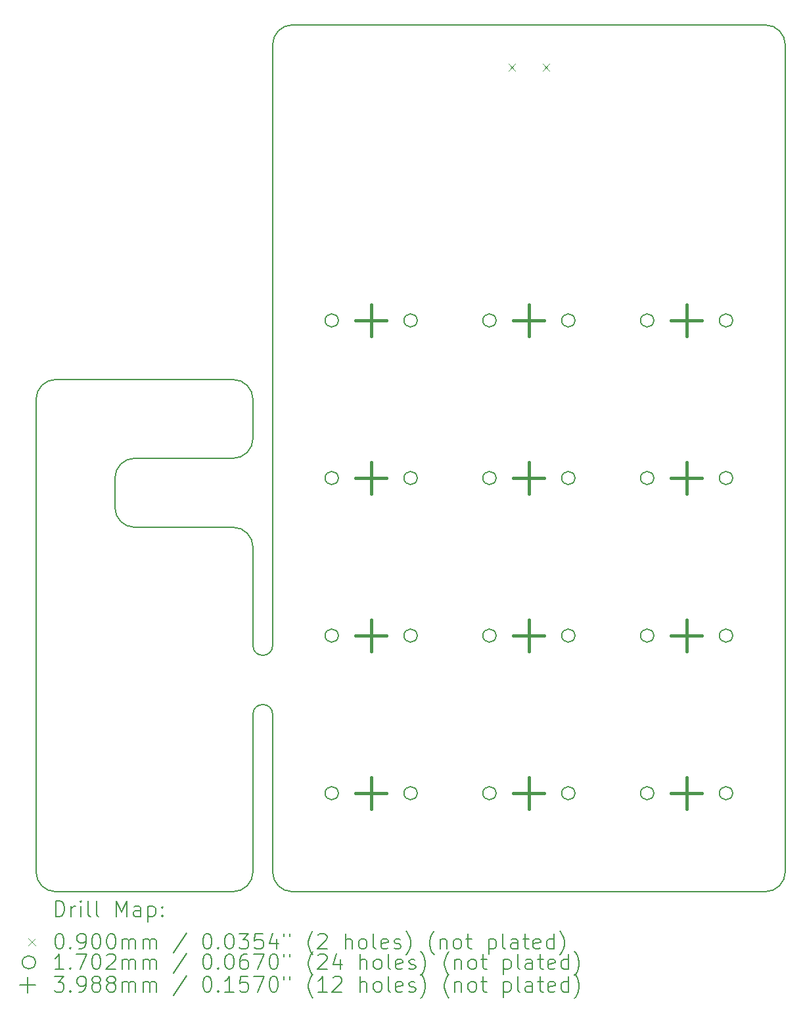
<source format=gbr>
%TF.GenerationSoftware,KiCad,Pcbnew,7.0.7*%
%TF.CreationDate,2023-10-21T15:17:43+02:00*%
%TF.ProjectId,mpad,6d706164-2e6b-4696-9361-645f70636258,rev?*%
%TF.SameCoordinates,Original*%
%TF.FileFunction,Drillmap*%
%TF.FilePolarity,Positive*%
%FSLAX45Y45*%
G04 Gerber Fmt 4.5, Leading zero omitted, Abs format (unit mm)*
G04 Created by KiCad (PCBNEW 7.0.7) date 2023-10-21 15:17:43*
%MOMM*%
%LPD*%
G01*
G04 APERTURE LIST*
%ADD10C,0.150000*%
%ADD11C,0.200000*%
%ADD12C,0.090000*%
%ADD13C,0.170180*%
%ADD14C,0.398780*%
G04 APERTURE END LIST*
D10*
X10287000Y-9994900D02*
G75*
G03*
X10033000Y-10248900I0J-254000D01*
G01*
X11811000Y-12407900D02*
X11811000Y-11137900D01*
X11811000Y-9232900D02*
G75*
G03*
X11557000Y-8978900I-254000J0D01*
G01*
X11811000Y-15328900D02*
X11811000Y-13296900D01*
X12319000Y-15582900D02*
X18415000Y-15582900D01*
X11557000Y-9994900D02*
G75*
G03*
X11811000Y-9740900I0J254000D01*
G01*
X12065000Y-4660900D02*
X12065000Y-12407900D01*
X10287000Y-9994900D02*
X11557000Y-9994900D01*
X18669000Y-15328900D02*
X18669000Y-4660900D01*
X12319000Y-4406900D02*
G75*
G03*
X12065000Y-4660900I0J-254000D01*
G01*
X18415000Y-4406900D02*
X12319000Y-4406900D01*
X9017000Y-9232900D02*
X9017000Y-15328900D01*
X18669000Y-4660900D02*
G75*
G03*
X18415000Y-4406900I-254000J0D01*
G01*
X10287000Y-10883900D02*
X11557000Y-10883900D01*
X9271000Y-8978900D02*
G75*
G03*
X9017000Y-9232900I0J-254000D01*
G01*
X11811000Y-12407900D02*
G75*
G03*
X12065000Y-12407900I127000J0D01*
G01*
X18415000Y-15582900D02*
G75*
G03*
X18669000Y-15328900I0J254000D01*
G01*
X10033000Y-10629900D02*
G75*
G03*
X10287000Y-10883900I254000J0D01*
G01*
X11557000Y-8978900D02*
X9271000Y-8978900D01*
X11811000Y-11137900D02*
G75*
G03*
X11557000Y-10883900I-254000J0D01*
G01*
X10033000Y-10629900D02*
X10033000Y-10248900D01*
X11557000Y-15582900D02*
G75*
G03*
X11811000Y-15328900I0J254000D01*
G01*
X9017000Y-15328900D02*
G75*
G03*
X9271000Y-15582900I254000J0D01*
G01*
X12065000Y-15328900D02*
X12065000Y-13296900D01*
X12065000Y-15328900D02*
G75*
G03*
X12319000Y-15582900I254000J0D01*
G01*
X12065000Y-13296900D02*
G75*
G03*
X11811000Y-13296900I-127000J0D01*
G01*
D11*
X11811000Y-9740900D02*
X11811000Y-9232900D01*
D10*
X9271000Y-15582900D02*
X11557000Y-15582900D01*
D11*
D12*
X15102000Y-4905900D02*
X15192000Y-4995900D01*
X15192000Y-4905900D02*
X15102000Y-4995900D01*
X15542000Y-4905900D02*
X15632000Y-4995900D01*
X15632000Y-4905900D02*
X15542000Y-4995900D01*
D13*
X12912090Y-8216900D02*
G75*
G03*
X12912090Y-8216900I-85090J0D01*
G01*
X12912090Y-10248900D02*
G75*
G03*
X12912090Y-10248900I-85090J0D01*
G01*
X12912090Y-12280900D02*
G75*
G03*
X12912090Y-12280900I-85090J0D01*
G01*
X12912090Y-14312900D02*
G75*
G03*
X12912090Y-14312900I-85090J0D01*
G01*
X13928090Y-8216900D02*
G75*
G03*
X13928090Y-8216900I-85090J0D01*
G01*
X13928090Y-10248900D02*
G75*
G03*
X13928090Y-10248900I-85090J0D01*
G01*
X13928090Y-12280900D02*
G75*
G03*
X13928090Y-12280900I-85090J0D01*
G01*
X13928090Y-14312900D02*
G75*
G03*
X13928090Y-14312900I-85090J0D01*
G01*
X14944090Y-8216900D02*
G75*
G03*
X14944090Y-8216900I-85090J0D01*
G01*
X14944090Y-10248900D02*
G75*
G03*
X14944090Y-10248900I-85090J0D01*
G01*
X14944090Y-12280900D02*
G75*
G03*
X14944090Y-12280900I-85090J0D01*
G01*
X14944090Y-14312900D02*
G75*
G03*
X14944090Y-14312900I-85090J0D01*
G01*
X15960090Y-8216900D02*
G75*
G03*
X15960090Y-8216900I-85090J0D01*
G01*
X15960090Y-10248900D02*
G75*
G03*
X15960090Y-10248900I-85090J0D01*
G01*
X15960090Y-12280900D02*
G75*
G03*
X15960090Y-12280900I-85090J0D01*
G01*
X15960090Y-14312900D02*
G75*
G03*
X15960090Y-14312900I-85090J0D01*
G01*
X16976090Y-8216900D02*
G75*
G03*
X16976090Y-8216900I-85090J0D01*
G01*
X16976090Y-10248900D02*
G75*
G03*
X16976090Y-10248900I-85090J0D01*
G01*
X16976090Y-12280900D02*
G75*
G03*
X16976090Y-12280900I-85090J0D01*
G01*
X16976090Y-14312900D02*
G75*
G03*
X16976090Y-14312900I-85090J0D01*
G01*
X17992090Y-8216900D02*
G75*
G03*
X17992090Y-8216900I-85090J0D01*
G01*
X17992090Y-10248900D02*
G75*
G03*
X17992090Y-10248900I-85090J0D01*
G01*
X17992090Y-12280900D02*
G75*
G03*
X17992090Y-12280900I-85090J0D01*
G01*
X17992090Y-14312900D02*
G75*
G03*
X17992090Y-14312900I-85090J0D01*
G01*
D14*
X13335000Y-8017510D02*
X13335000Y-8416290D01*
X13135610Y-8216900D02*
X13534390Y-8216900D01*
X13335000Y-10049510D02*
X13335000Y-10448290D01*
X13135610Y-10248900D02*
X13534390Y-10248900D01*
X13335000Y-12081510D02*
X13335000Y-12480290D01*
X13135610Y-12280900D02*
X13534390Y-12280900D01*
X13335000Y-14113510D02*
X13335000Y-14512290D01*
X13135610Y-14312900D02*
X13534390Y-14312900D01*
X15367000Y-8017510D02*
X15367000Y-8416290D01*
X15167610Y-8216900D02*
X15566390Y-8216900D01*
X15367000Y-10049510D02*
X15367000Y-10448290D01*
X15167610Y-10248900D02*
X15566390Y-10248900D01*
X15367000Y-12081510D02*
X15367000Y-12480290D01*
X15167610Y-12280900D02*
X15566390Y-12280900D01*
X15367000Y-14113510D02*
X15367000Y-14512290D01*
X15167610Y-14312900D02*
X15566390Y-14312900D01*
X17399000Y-8017510D02*
X17399000Y-8416290D01*
X17199610Y-8216900D02*
X17598390Y-8216900D01*
X17399000Y-10049510D02*
X17399000Y-10448290D01*
X17199610Y-10248900D02*
X17598390Y-10248900D01*
X17399000Y-12081510D02*
X17399000Y-12480290D01*
X17199610Y-12280900D02*
X17598390Y-12280900D01*
X17399000Y-14113510D02*
X17399000Y-14512290D01*
X17199610Y-14312900D02*
X17598390Y-14312900D01*
D11*
X9270277Y-15901884D02*
X9270277Y-15701884D01*
X9270277Y-15701884D02*
X9317896Y-15701884D01*
X9317896Y-15701884D02*
X9346467Y-15711408D01*
X9346467Y-15711408D02*
X9365515Y-15730455D01*
X9365515Y-15730455D02*
X9375039Y-15749503D01*
X9375039Y-15749503D02*
X9384563Y-15787598D01*
X9384563Y-15787598D02*
X9384563Y-15816170D01*
X9384563Y-15816170D02*
X9375039Y-15854265D01*
X9375039Y-15854265D02*
X9365515Y-15873312D01*
X9365515Y-15873312D02*
X9346467Y-15892360D01*
X9346467Y-15892360D02*
X9317896Y-15901884D01*
X9317896Y-15901884D02*
X9270277Y-15901884D01*
X9470277Y-15901884D02*
X9470277Y-15768550D01*
X9470277Y-15806646D02*
X9479801Y-15787598D01*
X9479801Y-15787598D02*
X9489324Y-15778074D01*
X9489324Y-15778074D02*
X9508372Y-15768550D01*
X9508372Y-15768550D02*
X9527420Y-15768550D01*
X9594086Y-15901884D02*
X9594086Y-15768550D01*
X9594086Y-15701884D02*
X9584563Y-15711408D01*
X9584563Y-15711408D02*
X9594086Y-15720931D01*
X9594086Y-15720931D02*
X9603610Y-15711408D01*
X9603610Y-15711408D02*
X9594086Y-15701884D01*
X9594086Y-15701884D02*
X9594086Y-15720931D01*
X9717896Y-15901884D02*
X9698848Y-15892360D01*
X9698848Y-15892360D02*
X9689324Y-15873312D01*
X9689324Y-15873312D02*
X9689324Y-15701884D01*
X9822658Y-15901884D02*
X9803610Y-15892360D01*
X9803610Y-15892360D02*
X9794086Y-15873312D01*
X9794086Y-15873312D02*
X9794086Y-15701884D01*
X10051229Y-15901884D02*
X10051229Y-15701884D01*
X10051229Y-15701884D02*
X10117896Y-15844741D01*
X10117896Y-15844741D02*
X10184563Y-15701884D01*
X10184563Y-15701884D02*
X10184563Y-15901884D01*
X10365515Y-15901884D02*
X10365515Y-15797122D01*
X10365515Y-15797122D02*
X10355991Y-15778074D01*
X10355991Y-15778074D02*
X10336944Y-15768550D01*
X10336944Y-15768550D02*
X10298848Y-15768550D01*
X10298848Y-15768550D02*
X10279801Y-15778074D01*
X10365515Y-15892360D02*
X10346467Y-15901884D01*
X10346467Y-15901884D02*
X10298848Y-15901884D01*
X10298848Y-15901884D02*
X10279801Y-15892360D01*
X10279801Y-15892360D02*
X10270277Y-15873312D01*
X10270277Y-15873312D02*
X10270277Y-15854265D01*
X10270277Y-15854265D02*
X10279801Y-15835217D01*
X10279801Y-15835217D02*
X10298848Y-15825693D01*
X10298848Y-15825693D02*
X10346467Y-15825693D01*
X10346467Y-15825693D02*
X10365515Y-15816170D01*
X10460753Y-15768550D02*
X10460753Y-15968550D01*
X10460753Y-15778074D02*
X10479801Y-15768550D01*
X10479801Y-15768550D02*
X10517896Y-15768550D01*
X10517896Y-15768550D02*
X10536944Y-15778074D01*
X10536944Y-15778074D02*
X10546467Y-15787598D01*
X10546467Y-15787598D02*
X10555991Y-15806646D01*
X10555991Y-15806646D02*
X10555991Y-15863789D01*
X10555991Y-15863789D02*
X10546467Y-15882836D01*
X10546467Y-15882836D02*
X10536944Y-15892360D01*
X10536944Y-15892360D02*
X10517896Y-15901884D01*
X10517896Y-15901884D02*
X10479801Y-15901884D01*
X10479801Y-15901884D02*
X10460753Y-15892360D01*
X10641705Y-15882836D02*
X10651229Y-15892360D01*
X10651229Y-15892360D02*
X10641705Y-15901884D01*
X10641705Y-15901884D02*
X10632182Y-15892360D01*
X10632182Y-15892360D02*
X10641705Y-15882836D01*
X10641705Y-15882836D02*
X10641705Y-15901884D01*
X10641705Y-15778074D02*
X10651229Y-15787598D01*
X10651229Y-15787598D02*
X10641705Y-15797122D01*
X10641705Y-15797122D02*
X10632182Y-15787598D01*
X10632182Y-15787598D02*
X10641705Y-15778074D01*
X10641705Y-15778074D02*
X10641705Y-15797122D01*
D12*
X8919500Y-16185400D02*
X9009500Y-16275400D01*
X9009500Y-16185400D02*
X8919500Y-16275400D01*
D11*
X9308372Y-16121884D02*
X9327420Y-16121884D01*
X9327420Y-16121884D02*
X9346467Y-16131408D01*
X9346467Y-16131408D02*
X9355991Y-16140931D01*
X9355991Y-16140931D02*
X9365515Y-16159979D01*
X9365515Y-16159979D02*
X9375039Y-16198074D01*
X9375039Y-16198074D02*
X9375039Y-16245693D01*
X9375039Y-16245693D02*
X9365515Y-16283789D01*
X9365515Y-16283789D02*
X9355991Y-16302836D01*
X9355991Y-16302836D02*
X9346467Y-16312360D01*
X9346467Y-16312360D02*
X9327420Y-16321884D01*
X9327420Y-16321884D02*
X9308372Y-16321884D01*
X9308372Y-16321884D02*
X9289324Y-16312360D01*
X9289324Y-16312360D02*
X9279801Y-16302836D01*
X9279801Y-16302836D02*
X9270277Y-16283789D01*
X9270277Y-16283789D02*
X9260753Y-16245693D01*
X9260753Y-16245693D02*
X9260753Y-16198074D01*
X9260753Y-16198074D02*
X9270277Y-16159979D01*
X9270277Y-16159979D02*
X9279801Y-16140931D01*
X9279801Y-16140931D02*
X9289324Y-16131408D01*
X9289324Y-16131408D02*
X9308372Y-16121884D01*
X9460753Y-16302836D02*
X9470277Y-16312360D01*
X9470277Y-16312360D02*
X9460753Y-16321884D01*
X9460753Y-16321884D02*
X9451229Y-16312360D01*
X9451229Y-16312360D02*
X9460753Y-16302836D01*
X9460753Y-16302836D02*
X9460753Y-16321884D01*
X9565515Y-16321884D02*
X9603610Y-16321884D01*
X9603610Y-16321884D02*
X9622658Y-16312360D01*
X9622658Y-16312360D02*
X9632182Y-16302836D01*
X9632182Y-16302836D02*
X9651229Y-16274265D01*
X9651229Y-16274265D02*
X9660753Y-16236170D01*
X9660753Y-16236170D02*
X9660753Y-16159979D01*
X9660753Y-16159979D02*
X9651229Y-16140931D01*
X9651229Y-16140931D02*
X9641705Y-16131408D01*
X9641705Y-16131408D02*
X9622658Y-16121884D01*
X9622658Y-16121884D02*
X9584563Y-16121884D01*
X9584563Y-16121884D02*
X9565515Y-16131408D01*
X9565515Y-16131408D02*
X9555991Y-16140931D01*
X9555991Y-16140931D02*
X9546467Y-16159979D01*
X9546467Y-16159979D02*
X9546467Y-16207598D01*
X9546467Y-16207598D02*
X9555991Y-16226646D01*
X9555991Y-16226646D02*
X9565515Y-16236170D01*
X9565515Y-16236170D02*
X9584563Y-16245693D01*
X9584563Y-16245693D02*
X9622658Y-16245693D01*
X9622658Y-16245693D02*
X9641705Y-16236170D01*
X9641705Y-16236170D02*
X9651229Y-16226646D01*
X9651229Y-16226646D02*
X9660753Y-16207598D01*
X9784563Y-16121884D02*
X9803610Y-16121884D01*
X9803610Y-16121884D02*
X9822658Y-16131408D01*
X9822658Y-16131408D02*
X9832182Y-16140931D01*
X9832182Y-16140931D02*
X9841705Y-16159979D01*
X9841705Y-16159979D02*
X9851229Y-16198074D01*
X9851229Y-16198074D02*
X9851229Y-16245693D01*
X9851229Y-16245693D02*
X9841705Y-16283789D01*
X9841705Y-16283789D02*
X9832182Y-16302836D01*
X9832182Y-16302836D02*
X9822658Y-16312360D01*
X9822658Y-16312360D02*
X9803610Y-16321884D01*
X9803610Y-16321884D02*
X9784563Y-16321884D01*
X9784563Y-16321884D02*
X9765515Y-16312360D01*
X9765515Y-16312360D02*
X9755991Y-16302836D01*
X9755991Y-16302836D02*
X9746467Y-16283789D01*
X9746467Y-16283789D02*
X9736944Y-16245693D01*
X9736944Y-16245693D02*
X9736944Y-16198074D01*
X9736944Y-16198074D02*
X9746467Y-16159979D01*
X9746467Y-16159979D02*
X9755991Y-16140931D01*
X9755991Y-16140931D02*
X9765515Y-16131408D01*
X9765515Y-16131408D02*
X9784563Y-16121884D01*
X9975039Y-16121884D02*
X9994086Y-16121884D01*
X9994086Y-16121884D02*
X10013134Y-16131408D01*
X10013134Y-16131408D02*
X10022658Y-16140931D01*
X10022658Y-16140931D02*
X10032182Y-16159979D01*
X10032182Y-16159979D02*
X10041705Y-16198074D01*
X10041705Y-16198074D02*
X10041705Y-16245693D01*
X10041705Y-16245693D02*
X10032182Y-16283789D01*
X10032182Y-16283789D02*
X10022658Y-16302836D01*
X10022658Y-16302836D02*
X10013134Y-16312360D01*
X10013134Y-16312360D02*
X9994086Y-16321884D01*
X9994086Y-16321884D02*
X9975039Y-16321884D01*
X9975039Y-16321884D02*
X9955991Y-16312360D01*
X9955991Y-16312360D02*
X9946467Y-16302836D01*
X9946467Y-16302836D02*
X9936944Y-16283789D01*
X9936944Y-16283789D02*
X9927420Y-16245693D01*
X9927420Y-16245693D02*
X9927420Y-16198074D01*
X9927420Y-16198074D02*
X9936944Y-16159979D01*
X9936944Y-16159979D02*
X9946467Y-16140931D01*
X9946467Y-16140931D02*
X9955991Y-16131408D01*
X9955991Y-16131408D02*
X9975039Y-16121884D01*
X10127420Y-16321884D02*
X10127420Y-16188550D01*
X10127420Y-16207598D02*
X10136944Y-16198074D01*
X10136944Y-16198074D02*
X10155991Y-16188550D01*
X10155991Y-16188550D02*
X10184563Y-16188550D01*
X10184563Y-16188550D02*
X10203610Y-16198074D01*
X10203610Y-16198074D02*
X10213134Y-16217122D01*
X10213134Y-16217122D02*
X10213134Y-16321884D01*
X10213134Y-16217122D02*
X10222658Y-16198074D01*
X10222658Y-16198074D02*
X10241705Y-16188550D01*
X10241705Y-16188550D02*
X10270277Y-16188550D01*
X10270277Y-16188550D02*
X10289325Y-16198074D01*
X10289325Y-16198074D02*
X10298848Y-16217122D01*
X10298848Y-16217122D02*
X10298848Y-16321884D01*
X10394086Y-16321884D02*
X10394086Y-16188550D01*
X10394086Y-16207598D02*
X10403610Y-16198074D01*
X10403610Y-16198074D02*
X10422658Y-16188550D01*
X10422658Y-16188550D02*
X10451229Y-16188550D01*
X10451229Y-16188550D02*
X10470277Y-16198074D01*
X10470277Y-16198074D02*
X10479801Y-16217122D01*
X10479801Y-16217122D02*
X10479801Y-16321884D01*
X10479801Y-16217122D02*
X10489325Y-16198074D01*
X10489325Y-16198074D02*
X10508372Y-16188550D01*
X10508372Y-16188550D02*
X10536944Y-16188550D01*
X10536944Y-16188550D02*
X10555991Y-16198074D01*
X10555991Y-16198074D02*
X10565515Y-16217122D01*
X10565515Y-16217122D02*
X10565515Y-16321884D01*
X10955991Y-16112360D02*
X10784563Y-16369503D01*
X11213134Y-16121884D02*
X11232182Y-16121884D01*
X11232182Y-16121884D02*
X11251229Y-16131408D01*
X11251229Y-16131408D02*
X11260753Y-16140931D01*
X11260753Y-16140931D02*
X11270277Y-16159979D01*
X11270277Y-16159979D02*
X11279801Y-16198074D01*
X11279801Y-16198074D02*
X11279801Y-16245693D01*
X11279801Y-16245693D02*
X11270277Y-16283789D01*
X11270277Y-16283789D02*
X11260753Y-16302836D01*
X11260753Y-16302836D02*
X11251229Y-16312360D01*
X11251229Y-16312360D02*
X11232182Y-16321884D01*
X11232182Y-16321884D02*
X11213134Y-16321884D01*
X11213134Y-16321884D02*
X11194086Y-16312360D01*
X11194086Y-16312360D02*
X11184563Y-16302836D01*
X11184563Y-16302836D02*
X11175039Y-16283789D01*
X11175039Y-16283789D02*
X11165515Y-16245693D01*
X11165515Y-16245693D02*
X11165515Y-16198074D01*
X11165515Y-16198074D02*
X11175039Y-16159979D01*
X11175039Y-16159979D02*
X11184563Y-16140931D01*
X11184563Y-16140931D02*
X11194086Y-16131408D01*
X11194086Y-16131408D02*
X11213134Y-16121884D01*
X11365515Y-16302836D02*
X11375039Y-16312360D01*
X11375039Y-16312360D02*
X11365515Y-16321884D01*
X11365515Y-16321884D02*
X11355991Y-16312360D01*
X11355991Y-16312360D02*
X11365515Y-16302836D01*
X11365515Y-16302836D02*
X11365515Y-16321884D01*
X11498848Y-16121884D02*
X11517896Y-16121884D01*
X11517896Y-16121884D02*
X11536944Y-16131408D01*
X11536944Y-16131408D02*
X11546467Y-16140931D01*
X11546467Y-16140931D02*
X11555991Y-16159979D01*
X11555991Y-16159979D02*
X11565515Y-16198074D01*
X11565515Y-16198074D02*
X11565515Y-16245693D01*
X11565515Y-16245693D02*
X11555991Y-16283789D01*
X11555991Y-16283789D02*
X11546467Y-16302836D01*
X11546467Y-16302836D02*
X11536944Y-16312360D01*
X11536944Y-16312360D02*
X11517896Y-16321884D01*
X11517896Y-16321884D02*
X11498848Y-16321884D01*
X11498848Y-16321884D02*
X11479801Y-16312360D01*
X11479801Y-16312360D02*
X11470277Y-16302836D01*
X11470277Y-16302836D02*
X11460753Y-16283789D01*
X11460753Y-16283789D02*
X11451229Y-16245693D01*
X11451229Y-16245693D02*
X11451229Y-16198074D01*
X11451229Y-16198074D02*
X11460753Y-16159979D01*
X11460753Y-16159979D02*
X11470277Y-16140931D01*
X11470277Y-16140931D02*
X11479801Y-16131408D01*
X11479801Y-16131408D02*
X11498848Y-16121884D01*
X11632182Y-16121884D02*
X11755991Y-16121884D01*
X11755991Y-16121884D02*
X11689325Y-16198074D01*
X11689325Y-16198074D02*
X11717896Y-16198074D01*
X11717896Y-16198074D02*
X11736944Y-16207598D01*
X11736944Y-16207598D02*
X11746467Y-16217122D01*
X11746467Y-16217122D02*
X11755991Y-16236170D01*
X11755991Y-16236170D02*
X11755991Y-16283789D01*
X11755991Y-16283789D02*
X11746467Y-16302836D01*
X11746467Y-16302836D02*
X11736944Y-16312360D01*
X11736944Y-16312360D02*
X11717896Y-16321884D01*
X11717896Y-16321884D02*
X11660753Y-16321884D01*
X11660753Y-16321884D02*
X11641706Y-16312360D01*
X11641706Y-16312360D02*
X11632182Y-16302836D01*
X11936944Y-16121884D02*
X11841706Y-16121884D01*
X11841706Y-16121884D02*
X11832182Y-16217122D01*
X11832182Y-16217122D02*
X11841706Y-16207598D01*
X11841706Y-16207598D02*
X11860753Y-16198074D01*
X11860753Y-16198074D02*
X11908372Y-16198074D01*
X11908372Y-16198074D02*
X11927420Y-16207598D01*
X11927420Y-16207598D02*
X11936944Y-16217122D01*
X11936944Y-16217122D02*
X11946467Y-16236170D01*
X11946467Y-16236170D02*
X11946467Y-16283789D01*
X11946467Y-16283789D02*
X11936944Y-16302836D01*
X11936944Y-16302836D02*
X11927420Y-16312360D01*
X11927420Y-16312360D02*
X11908372Y-16321884D01*
X11908372Y-16321884D02*
X11860753Y-16321884D01*
X11860753Y-16321884D02*
X11841706Y-16312360D01*
X11841706Y-16312360D02*
X11832182Y-16302836D01*
X12117896Y-16188550D02*
X12117896Y-16321884D01*
X12070277Y-16112360D02*
X12022658Y-16255217D01*
X12022658Y-16255217D02*
X12146467Y-16255217D01*
X12213134Y-16121884D02*
X12213134Y-16159979D01*
X12289325Y-16121884D02*
X12289325Y-16159979D01*
X12584563Y-16398074D02*
X12575039Y-16388550D01*
X12575039Y-16388550D02*
X12555991Y-16359979D01*
X12555991Y-16359979D02*
X12546468Y-16340931D01*
X12546468Y-16340931D02*
X12536944Y-16312360D01*
X12536944Y-16312360D02*
X12527420Y-16264741D01*
X12527420Y-16264741D02*
X12527420Y-16226646D01*
X12527420Y-16226646D02*
X12536944Y-16179027D01*
X12536944Y-16179027D02*
X12546468Y-16150455D01*
X12546468Y-16150455D02*
X12555991Y-16131408D01*
X12555991Y-16131408D02*
X12575039Y-16102836D01*
X12575039Y-16102836D02*
X12584563Y-16093312D01*
X12651229Y-16140931D02*
X12660753Y-16131408D01*
X12660753Y-16131408D02*
X12679801Y-16121884D01*
X12679801Y-16121884D02*
X12727420Y-16121884D01*
X12727420Y-16121884D02*
X12746468Y-16131408D01*
X12746468Y-16131408D02*
X12755991Y-16140931D01*
X12755991Y-16140931D02*
X12765515Y-16159979D01*
X12765515Y-16159979D02*
X12765515Y-16179027D01*
X12765515Y-16179027D02*
X12755991Y-16207598D01*
X12755991Y-16207598D02*
X12641706Y-16321884D01*
X12641706Y-16321884D02*
X12765515Y-16321884D01*
X13003610Y-16321884D02*
X13003610Y-16121884D01*
X13089325Y-16321884D02*
X13089325Y-16217122D01*
X13089325Y-16217122D02*
X13079801Y-16198074D01*
X13079801Y-16198074D02*
X13060753Y-16188550D01*
X13060753Y-16188550D02*
X13032182Y-16188550D01*
X13032182Y-16188550D02*
X13013134Y-16198074D01*
X13013134Y-16198074D02*
X13003610Y-16207598D01*
X13213134Y-16321884D02*
X13194087Y-16312360D01*
X13194087Y-16312360D02*
X13184563Y-16302836D01*
X13184563Y-16302836D02*
X13175039Y-16283789D01*
X13175039Y-16283789D02*
X13175039Y-16226646D01*
X13175039Y-16226646D02*
X13184563Y-16207598D01*
X13184563Y-16207598D02*
X13194087Y-16198074D01*
X13194087Y-16198074D02*
X13213134Y-16188550D01*
X13213134Y-16188550D02*
X13241706Y-16188550D01*
X13241706Y-16188550D02*
X13260753Y-16198074D01*
X13260753Y-16198074D02*
X13270277Y-16207598D01*
X13270277Y-16207598D02*
X13279801Y-16226646D01*
X13279801Y-16226646D02*
X13279801Y-16283789D01*
X13279801Y-16283789D02*
X13270277Y-16302836D01*
X13270277Y-16302836D02*
X13260753Y-16312360D01*
X13260753Y-16312360D02*
X13241706Y-16321884D01*
X13241706Y-16321884D02*
X13213134Y-16321884D01*
X13394087Y-16321884D02*
X13375039Y-16312360D01*
X13375039Y-16312360D02*
X13365515Y-16293312D01*
X13365515Y-16293312D02*
X13365515Y-16121884D01*
X13546468Y-16312360D02*
X13527420Y-16321884D01*
X13527420Y-16321884D02*
X13489325Y-16321884D01*
X13489325Y-16321884D02*
X13470277Y-16312360D01*
X13470277Y-16312360D02*
X13460753Y-16293312D01*
X13460753Y-16293312D02*
X13460753Y-16217122D01*
X13460753Y-16217122D02*
X13470277Y-16198074D01*
X13470277Y-16198074D02*
X13489325Y-16188550D01*
X13489325Y-16188550D02*
X13527420Y-16188550D01*
X13527420Y-16188550D02*
X13546468Y-16198074D01*
X13546468Y-16198074D02*
X13555991Y-16217122D01*
X13555991Y-16217122D02*
X13555991Y-16236170D01*
X13555991Y-16236170D02*
X13460753Y-16255217D01*
X13632182Y-16312360D02*
X13651230Y-16321884D01*
X13651230Y-16321884D02*
X13689325Y-16321884D01*
X13689325Y-16321884D02*
X13708372Y-16312360D01*
X13708372Y-16312360D02*
X13717896Y-16293312D01*
X13717896Y-16293312D02*
X13717896Y-16283789D01*
X13717896Y-16283789D02*
X13708372Y-16264741D01*
X13708372Y-16264741D02*
X13689325Y-16255217D01*
X13689325Y-16255217D02*
X13660753Y-16255217D01*
X13660753Y-16255217D02*
X13641706Y-16245693D01*
X13641706Y-16245693D02*
X13632182Y-16226646D01*
X13632182Y-16226646D02*
X13632182Y-16217122D01*
X13632182Y-16217122D02*
X13641706Y-16198074D01*
X13641706Y-16198074D02*
X13660753Y-16188550D01*
X13660753Y-16188550D02*
X13689325Y-16188550D01*
X13689325Y-16188550D02*
X13708372Y-16198074D01*
X13784563Y-16398074D02*
X13794087Y-16388550D01*
X13794087Y-16388550D02*
X13813134Y-16359979D01*
X13813134Y-16359979D02*
X13822658Y-16340931D01*
X13822658Y-16340931D02*
X13832182Y-16312360D01*
X13832182Y-16312360D02*
X13841706Y-16264741D01*
X13841706Y-16264741D02*
X13841706Y-16226646D01*
X13841706Y-16226646D02*
X13832182Y-16179027D01*
X13832182Y-16179027D02*
X13822658Y-16150455D01*
X13822658Y-16150455D02*
X13813134Y-16131408D01*
X13813134Y-16131408D02*
X13794087Y-16102836D01*
X13794087Y-16102836D02*
X13784563Y-16093312D01*
X14146468Y-16398074D02*
X14136944Y-16388550D01*
X14136944Y-16388550D02*
X14117896Y-16359979D01*
X14117896Y-16359979D02*
X14108372Y-16340931D01*
X14108372Y-16340931D02*
X14098849Y-16312360D01*
X14098849Y-16312360D02*
X14089325Y-16264741D01*
X14089325Y-16264741D02*
X14089325Y-16226646D01*
X14089325Y-16226646D02*
X14098849Y-16179027D01*
X14098849Y-16179027D02*
X14108372Y-16150455D01*
X14108372Y-16150455D02*
X14117896Y-16131408D01*
X14117896Y-16131408D02*
X14136944Y-16102836D01*
X14136944Y-16102836D02*
X14146468Y-16093312D01*
X14222658Y-16188550D02*
X14222658Y-16321884D01*
X14222658Y-16207598D02*
X14232182Y-16198074D01*
X14232182Y-16198074D02*
X14251230Y-16188550D01*
X14251230Y-16188550D02*
X14279801Y-16188550D01*
X14279801Y-16188550D02*
X14298849Y-16198074D01*
X14298849Y-16198074D02*
X14308372Y-16217122D01*
X14308372Y-16217122D02*
X14308372Y-16321884D01*
X14432182Y-16321884D02*
X14413134Y-16312360D01*
X14413134Y-16312360D02*
X14403611Y-16302836D01*
X14403611Y-16302836D02*
X14394087Y-16283789D01*
X14394087Y-16283789D02*
X14394087Y-16226646D01*
X14394087Y-16226646D02*
X14403611Y-16207598D01*
X14403611Y-16207598D02*
X14413134Y-16198074D01*
X14413134Y-16198074D02*
X14432182Y-16188550D01*
X14432182Y-16188550D02*
X14460753Y-16188550D01*
X14460753Y-16188550D02*
X14479801Y-16198074D01*
X14479801Y-16198074D02*
X14489325Y-16207598D01*
X14489325Y-16207598D02*
X14498849Y-16226646D01*
X14498849Y-16226646D02*
X14498849Y-16283789D01*
X14498849Y-16283789D02*
X14489325Y-16302836D01*
X14489325Y-16302836D02*
X14479801Y-16312360D01*
X14479801Y-16312360D02*
X14460753Y-16321884D01*
X14460753Y-16321884D02*
X14432182Y-16321884D01*
X14555992Y-16188550D02*
X14632182Y-16188550D01*
X14584563Y-16121884D02*
X14584563Y-16293312D01*
X14584563Y-16293312D02*
X14594087Y-16312360D01*
X14594087Y-16312360D02*
X14613134Y-16321884D01*
X14613134Y-16321884D02*
X14632182Y-16321884D01*
X14851230Y-16188550D02*
X14851230Y-16388550D01*
X14851230Y-16198074D02*
X14870277Y-16188550D01*
X14870277Y-16188550D02*
X14908373Y-16188550D01*
X14908373Y-16188550D02*
X14927420Y-16198074D01*
X14927420Y-16198074D02*
X14936944Y-16207598D01*
X14936944Y-16207598D02*
X14946468Y-16226646D01*
X14946468Y-16226646D02*
X14946468Y-16283789D01*
X14946468Y-16283789D02*
X14936944Y-16302836D01*
X14936944Y-16302836D02*
X14927420Y-16312360D01*
X14927420Y-16312360D02*
X14908373Y-16321884D01*
X14908373Y-16321884D02*
X14870277Y-16321884D01*
X14870277Y-16321884D02*
X14851230Y-16312360D01*
X15060753Y-16321884D02*
X15041706Y-16312360D01*
X15041706Y-16312360D02*
X15032182Y-16293312D01*
X15032182Y-16293312D02*
X15032182Y-16121884D01*
X15222658Y-16321884D02*
X15222658Y-16217122D01*
X15222658Y-16217122D02*
X15213134Y-16198074D01*
X15213134Y-16198074D02*
X15194087Y-16188550D01*
X15194087Y-16188550D02*
X15155992Y-16188550D01*
X15155992Y-16188550D02*
X15136944Y-16198074D01*
X15222658Y-16312360D02*
X15203611Y-16321884D01*
X15203611Y-16321884D02*
X15155992Y-16321884D01*
X15155992Y-16321884D02*
X15136944Y-16312360D01*
X15136944Y-16312360D02*
X15127420Y-16293312D01*
X15127420Y-16293312D02*
X15127420Y-16274265D01*
X15127420Y-16274265D02*
X15136944Y-16255217D01*
X15136944Y-16255217D02*
X15155992Y-16245693D01*
X15155992Y-16245693D02*
X15203611Y-16245693D01*
X15203611Y-16245693D02*
X15222658Y-16236170D01*
X15289325Y-16188550D02*
X15365515Y-16188550D01*
X15317896Y-16121884D02*
X15317896Y-16293312D01*
X15317896Y-16293312D02*
X15327420Y-16312360D01*
X15327420Y-16312360D02*
X15346468Y-16321884D01*
X15346468Y-16321884D02*
X15365515Y-16321884D01*
X15508373Y-16312360D02*
X15489325Y-16321884D01*
X15489325Y-16321884D02*
X15451230Y-16321884D01*
X15451230Y-16321884D02*
X15432182Y-16312360D01*
X15432182Y-16312360D02*
X15422658Y-16293312D01*
X15422658Y-16293312D02*
X15422658Y-16217122D01*
X15422658Y-16217122D02*
X15432182Y-16198074D01*
X15432182Y-16198074D02*
X15451230Y-16188550D01*
X15451230Y-16188550D02*
X15489325Y-16188550D01*
X15489325Y-16188550D02*
X15508373Y-16198074D01*
X15508373Y-16198074D02*
X15517896Y-16217122D01*
X15517896Y-16217122D02*
X15517896Y-16236170D01*
X15517896Y-16236170D02*
X15422658Y-16255217D01*
X15689325Y-16321884D02*
X15689325Y-16121884D01*
X15689325Y-16312360D02*
X15670277Y-16321884D01*
X15670277Y-16321884D02*
X15632182Y-16321884D01*
X15632182Y-16321884D02*
X15613134Y-16312360D01*
X15613134Y-16312360D02*
X15603611Y-16302836D01*
X15603611Y-16302836D02*
X15594087Y-16283789D01*
X15594087Y-16283789D02*
X15594087Y-16226646D01*
X15594087Y-16226646D02*
X15603611Y-16207598D01*
X15603611Y-16207598D02*
X15613134Y-16198074D01*
X15613134Y-16198074D02*
X15632182Y-16188550D01*
X15632182Y-16188550D02*
X15670277Y-16188550D01*
X15670277Y-16188550D02*
X15689325Y-16198074D01*
X15765515Y-16398074D02*
X15775039Y-16388550D01*
X15775039Y-16388550D02*
X15794087Y-16359979D01*
X15794087Y-16359979D02*
X15803611Y-16340931D01*
X15803611Y-16340931D02*
X15813134Y-16312360D01*
X15813134Y-16312360D02*
X15822658Y-16264741D01*
X15822658Y-16264741D02*
X15822658Y-16226646D01*
X15822658Y-16226646D02*
X15813134Y-16179027D01*
X15813134Y-16179027D02*
X15803611Y-16150455D01*
X15803611Y-16150455D02*
X15794087Y-16131408D01*
X15794087Y-16131408D02*
X15775039Y-16102836D01*
X15775039Y-16102836D02*
X15765515Y-16093312D01*
D13*
X9009500Y-16494400D02*
G75*
G03*
X9009500Y-16494400I-85090J0D01*
G01*
D11*
X9375039Y-16585884D02*
X9260753Y-16585884D01*
X9317896Y-16585884D02*
X9317896Y-16385884D01*
X9317896Y-16385884D02*
X9298848Y-16414455D01*
X9298848Y-16414455D02*
X9279801Y-16433503D01*
X9279801Y-16433503D02*
X9260753Y-16443027D01*
X9460753Y-16566836D02*
X9470277Y-16576360D01*
X9470277Y-16576360D02*
X9460753Y-16585884D01*
X9460753Y-16585884D02*
X9451229Y-16576360D01*
X9451229Y-16576360D02*
X9460753Y-16566836D01*
X9460753Y-16566836D02*
X9460753Y-16585884D01*
X9536944Y-16385884D02*
X9670277Y-16385884D01*
X9670277Y-16385884D02*
X9584563Y-16585884D01*
X9784563Y-16385884D02*
X9803610Y-16385884D01*
X9803610Y-16385884D02*
X9822658Y-16395408D01*
X9822658Y-16395408D02*
X9832182Y-16404931D01*
X9832182Y-16404931D02*
X9841705Y-16423979D01*
X9841705Y-16423979D02*
X9851229Y-16462074D01*
X9851229Y-16462074D02*
X9851229Y-16509693D01*
X9851229Y-16509693D02*
X9841705Y-16547789D01*
X9841705Y-16547789D02*
X9832182Y-16566836D01*
X9832182Y-16566836D02*
X9822658Y-16576360D01*
X9822658Y-16576360D02*
X9803610Y-16585884D01*
X9803610Y-16585884D02*
X9784563Y-16585884D01*
X9784563Y-16585884D02*
X9765515Y-16576360D01*
X9765515Y-16576360D02*
X9755991Y-16566836D01*
X9755991Y-16566836D02*
X9746467Y-16547789D01*
X9746467Y-16547789D02*
X9736944Y-16509693D01*
X9736944Y-16509693D02*
X9736944Y-16462074D01*
X9736944Y-16462074D02*
X9746467Y-16423979D01*
X9746467Y-16423979D02*
X9755991Y-16404931D01*
X9755991Y-16404931D02*
X9765515Y-16395408D01*
X9765515Y-16395408D02*
X9784563Y-16385884D01*
X9927420Y-16404931D02*
X9936944Y-16395408D01*
X9936944Y-16395408D02*
X9955991Y-16385884D01*
X9955991Y-16385884D02*
X10003610Y-16385884D01*
X10003610Y-16385884D02*
X10022658Y-16395408D01*
X10022658Y-16395408D02*
X10032182Y-16404931D01*
X10032182Y-16404931D02*
X10041705Y-16423979D01*
X10041705Y-16423979D02*
X10041705Y-16443027D01*
X10041705Y-16443027D02*
X10032182Y-16471598D01*
X10032182Y-16471598D02*
X9917896Y-16585884D01*
X9917896Y-16585884D02*
X10041705Y-16585884D01*
X10127420Y-16585884D02*
X10127420Y-16452550D01*
X10127420Y-16471598D02*
X10136944Y-16462074D01*
X10136944Y-16462074D02*
X10155991Y-16452550D01*
X10155991Y-16452550D02*
X10184563Y-16452550D01*
X10184563Y-16452550D02*
X10203610Y-16462074D01*
X10203610Y-16462074D02*
X10213134Y-16481122D01*
X10213134Y-16481122D02*
X10213134Y-16585884D01*
X10213134Y-16481122D02*
X10222658Y-16462074D01*
X10222658Y-16462074D02*
X10241705Y-16452550D01*
X10241705Y-16452550D02*
X10270277Y-16452550D01*
X10270277Y-16452550D02*
X10289325Y-16462074D01*
X10289325Y-16462074D02*
X10298848Y-16481122D01*
X10298848Y-16481122D02*
X10298848Y-16585884D01*
X10394086Y-16585884D02*
X10394086Y-16452550D01*
X10394086Y-16471598D02*
X10403610Y-16462074D01*
X10403610Y-16462074D02*
X10422658Y-16452550D01*
X10422658Y-16452550D02*
X10451229Y-16452550D01*
X10451229Y-16452550D02*
X10470277Y-16462074D01*
X10470277Y-16462074D02*
X10479801Y-16481122D01*
X10479801Y-16481122D02*
X10479801Y-16585884D01*
X10479801Y-16481122D02*
X10489325Y-16462074D01*
X10489325Y-16462074D02*
X10508372Y-16452550D01*
X10508372Y-16452550D02*
X10536944Y-16452550D01*
X10536944Y-16452550D02*
X10555991Y-16462074D01*
X10555991Y-16462074D02*
X10565515Y-16481122D01*
X10565515Y-16481122D02*
X10565515Y-16585884D01*
X10955991Y-16376360D02*
X10784563Y-16633503D01*
X11213134Y-16385884D02*
X11232182Y-16385884D01*
X11232182Y-16385884D02*
X11251229Y-16395408D01*
X11251229Y-16395408D02*
X11260753Y-16404931D01*
X11260753Y-16404931D02*
X11270277Y-16423979D01*
X11270277Y-16423979D02*
X11279801Y-16462074D01*
X11279801Y-16462074D02*
X11279801Y-16509693D01*
X11279801Y-16509693D02*
X11270277Y-16547789D01*
X11270277Y-16547789D02*
X11260753Y-16566836D01*
X11260753Y-16566836D02*
X11251229Y-16576360D01*
X11251229Y-16576360D02*
X11232182Y-16585884D01*
X11232182Y-16585884D02*
X11213134Y-16585884D01*
X11213134Y-16585884D02*
X11194086Y-16576360D01*
X11194086Y-16576360D02*
X11184563Y-16566836D01*
X11184563Y-16566836D02*
X11175039Y-16547789D01*
X11175039Y-16547789D02*
X11165515Y-16509693D01*
X11165515Y-16509693D02*
X11165515Y-16462074D01*
X11165515Y-16462074D02*
X11175039Y-16423979D01*
X11175039Y-16423979D02*
X11184563Y-16404931D01*
X11184563Y-16404931D02*
X11194086Y-16395408D01*
X11194086Y-16395408D02*
X11213134Y-16385884D01*
X11365515Y-16566836D02*
X11375039Y-16576360D01*
X11375039Y-16576360D02*
X11365515Y-16585884D01*
X11365515Y-16585884D02*
X11355991Y-16576360D01*
X11355991Y-16576360D02*
X11365515Y-16566836D01*
X11365515Y-16566836D02*
X11365515Y-16585884D01*
X11498848Y-16385884D02*
X11517896Y-16385884D01*
X11517896Y-16385884D02*
X11536944Y-16395408D01*
X11536944Y-16395408D02*
X11546467Y-16404931D01*
X11546467Y-16404931D02*
X11555991Y-16423979D01*
X11555991Y-16423979D02*
X11565515Y-16462074D01*
X11565515Y-16462074D02*
X11565515Y-16509693D01*
X11565515Y-16509693D02*
X11555991Y-16547789D01*
X11555991Y-16547789D02*
X11546467Y-16566836D01*
X11546467Y-16566836D02*
X11536944Y-16576360D01*
X11536944Y-16576360D02*
X11517896Y-16585884D01*
X11517896Y-16585884D02*
X11498848Y-16585884D01*
X11498848Y-16585884D02*
X11479801Y-16576360D01*
X11479801Y-16576360D02*
X11470277Y-16566836D01*
X11470277Y-16566836D02*
X11460753Y-16547789D01*
X11460753Y-16547789D02*
X11451229Y-16509693D01*
X11451229Y-16509693D02*
X11451229Y-16462074D01*
X11451229Y-16462074D02*
X11460753Y-16423979D01*
X11460753Y-16423979D02*
X11470277Y-16404931D01*
X11470277Y-16404931D02*
X11479801Y-16395408D01*
X11479801Y-16395408D02*
X11498848Y-16385884D01*
X11736944Y-16385884D02*
X11698848Y-16385884D01*
X11698848Y-16385884D02*
X11679801Y-16395408D01*
X11679801Y-16395408D02*
X11670277Y-16404931D01*
X11670277Y-16404931D02*
X11651229Y-16433503D01*
X11651229Y-16433503D02*
X11641706Y-16471598D01*
X11641706Y-16471598D02*
X11641706Y-16547789D01*
X11641706Y-16547789D02*
X11651229Y-16566836D01*
X11651229Y-16566836D02*
X11660753Y-16576360D01*
X11660753Y-16576360D02*
X11679801Y-16585884D01*
X11679801Y-16585884D02*
X11717896Y-16585884D01*
X11717896Y-16585884D02*
X11736944Y-16576360D01*
X11736944Y-16576360D02*
X11746467Y-16566836D01*
X11746467Y-16566836D02*
X11755991Y-16547789D01*
X11755991Y-16547789D02*
X11755991Y-16500170D01*
X11755991Y-16500170D02*
X11746467Y-16481122D01*
X11746467Y-16481122D02*
X11736944Y-16471598D01*
X11736944Y-16471598D02*
X11717896Y-16462074D01*
X11717896Y-16462074D02*
X11679801Y-16462074D01*
X11679801Y-16462074D02*
X11660753Y-16471598D01*
X11660753Y-16471598D02*
X11651229Y-16481122D01*
X11651229Y-16481122D02*
X11641706Y-16500170D01*
X11822658Y-16385884D02*
X11955991Y-16385884D01*
X11955991Y-16385884D02*
X11870277Y-16585884D01*
X12070277Y-16385884D02*
X12089325Y-16385884D01*
X12089325Y-16385884D02*
X12108372Y-16395408D01*
X12108372Y-16395408D02*
X12117896Y-16404931D01*
X12117896Y-16404931D02*
X12127420Y-16423979D01*
X12127420Y-16423979D02*
X12136944Y-16462074D01*
X12136944Y-16462074D02*
X12136944Y-16509693D01*
X12136944Y-16509693D02*
X12127420Y-16547789D01*
X12127420Y-16547789D02*
X12117896Y-16566836D01*
X12117896Y-16566836D02*
X12108372Y-16576360D01*
X12108372Y-16576360D02*
X12089325Y-16585884D01*
X12089325Y-16585884D02*
X12070277Y-16585884D01*
X12070277Y-16585884D02*
X12051229Y-16576360D01*
X12051229Y-16576360D02*
X12041706Y-16566836D01*
X12041706Y-16566836D02*
X12032182Y-16547789D01*
X12032182Y-16547789D02*
X12022658Y-16509693D01*
X12022658Y-16509693D02*
X12022658Y-16462074D01*
X12022658Y-16462074D02*
X12032182Y-16423979D01*
X12032182Y-16423979D02*
X12041706Y-16404931D01*
X12041706Y-16404931D02*
X12051229Y-16395408D01*
X12051229Y-16395408D02*
X12070277Y-16385884D01*
X12213134Y-16385884D02*
X12213134Y-16423979D01*
X12289325Y-16385884D02*
X12289325Y-16423979D01*
X12584563Y-16662074D02*
X12575039Y-16652550D01*
X12575039Y-16652550D02*
X12555991Y-16623979D01*
X12555991Y-16623979D02*
X12546468Y-16604931D01*
X12546468Y-16604931D02*
X12536944Y-16576360D01*
X12536944Y-16576360D02*
X12527420Y-16528741D01*
X12527420Y-16528741D02*
X12527420Y-16490646D01*
X12527420Y-16490646D02*
X12536944Y-16443027D01*
X12536944Y-16443027D02*
X12546468Y-16414455D01*
X12546468Y-16414455D02*
X12555991Y-16395408D01*
X12555991Y-16395408D02*
X12575039Y-16366836D01*
X12575039Y-16366836D02*
X12584563Y-16357312D01*
X12651229Y-16404931D02*
X12660753Y-16395408D01*
X12660753Y-16395408D02*
X12679801Y-16385884D01*
X12679801Y-16385884D02*
X12727420Y-16385884D01*
X12727420Y-16385884D02*
X12746468Y-16395408D01*
X12746468Y-16395408D02*
X12755991Y-16404931D01*
X12755991Y-16404931D02*
X12765515Y-16423979D01*
X12765515Y-16423979D02*
X12765515Y-16443027D01*
X12765515Y-16443027D02*
X12755991Y-16471598D01*
X12755991Y-16471598D02*
X12641706Y-16585884D01*
X12641706Y-16585884D02*
X12765515Y-16585884D01*
X12936944Y-16452550D02*
X12936944Y-16585884D01*
X12889325Y-16376360D02*
X12841706Y-16519217D01*
X12841706Y-16519217D02*
X12965515Y-16519217D01*
X13194087Y-16585884D02*
X13194087Y-16385884D01*
X13279801Y-16585884D02*
X13279801Y-16481122D01*
X13279801Y-16481122D02*
X13270277Y-16462074D01*
X13270277Y-16462074D02*
X13251230Y-16452550D01*
X13251230Y-16452550D02*
X13222658Y-16452550D01*
X13222658Y-16452550D02*
X13203610Y-16462074D01*
X13203610Y-16462074D02*
X13194087Y-16471598D01*
X13403610Y-16585884D02*
X13384563Y-16576360D01*
X13384563Y-16576360D02*
X13375039Y-16566836D01*
X13375039Y-16566836D02*
X13365515Y-16547789D01*
X13365515Y-16547789D02*
X13365515Y-16490646D01*
X13365515Y-16490646D02*
X13375039Y-16471598D01*
X13375039Y-16471598D02*
X13384563Y-16462074D01*
X13384563Y-16462074D02*
X13403610Y-16452550D01*
X13403610Y-16452550D02*
X13432182Y-16452550D01*
X13432182Y-16452550D02*
X13451230Y-16462074D01*
X13451230Y-16462074D02*
X13460753Y-16471598D01*
X13460753Y-16471598D02*
X13470277Y-16490646D01*
X13470277Y-16490646D02*
X13470277Y-16547789D01*
X13470277Y-16547789D02*
X13460753Y-16566836D01*
X13460753Y-16566836D02*
X13451230Y-16576360D01*
X13451230Y-16576360D02*
X13432182Y-16585884D01*
X13432182Y-16585884D02*
X13403610Y-16585884D01*
X13584563Y-16585884D02*
X13565515Y-16576360D01*
X13565515Y-16576360D02*
X13555991Y-16557312D01*
X13555991Y-16557312D02*
X13555991Y-16385884D01*
X13736944Y-16576360D02*
X13717896Y-16585884D01*
X13717896Y-16585884D02*
X13679801Y-16585884D01*
X13679801Y-16585884D02*
X13660753Y-16576360D01*
X13660753Y-16576360D02*
X13651230Y-16557312D01*
X13651230Y-16557312D02*
X13651230Y-16481122D01*
X13651230Y-16481122D02*
X13660753Y-16462074D01*
X13660753Y-16462074D02*
X13679801Y-16452550D01*
X13679801Y-16452550D02*
X13717896Y-16452550D01*
X13717896Y-16452550D02*
X13736944Y-16462074D01*
X13736944Y-16462074D02*
X13746468Y-16481122D01*
X13746468Y-16481122D02*
X13746468Y-16500170D01*
X13746468Y-16500170D02*
X13651230Y-16519217D01*
X13822658Y-16576360D02*
X13841706Y-16585884D01*
X13841706Y-16585884D02*
X13879801Y-16585884D01*
X13879801Y-16585884D02*
X13898849Y-16576360D01*
X13898849Y-16576360D02*
X13908372Y-16557312D01*
X13908372Y-16557312D02*
X13908372Y-16547789D01*
X13908372Y-16547789D02*
X13898849Y-16528741D01*
X13898849Y-16528741D02*
X13879801Y-16519217D01*
X13879801Y-16519217D02*
X13851230Y-16519217D01*
X13851230Y-16519217D02*
X13832182Y-16509693D01*
X13832182Y-16509693D02*
X13822658Y-16490646D01*
X13822658Y-16490646D02*
X13822658Y-16481122D01*
X13822658Y-16481122D02*
X13832182Y-16462074D01*
X13832182Y-16462074D02*
X13851230Y-16452550D01*
X13851230Y-16452550D02*
X13879801Y-16452550D01*
X13879801Y-16452550D02*
X13898849Y-16462074D01*
X13975039Y-16662074D02*
X13984563Y-16652550D01*
X13984563Y-16652550D02*
X14003611Y-16623979D01*
X14003611Y-16623979D02*
X14013134Y-16604931D01*
X14013134Y-16604931D02*
X14022658Y-16576360D01*
X14022658Y-16576360D02*
X14032182Y-16528741D01*
X14032182Y-16528741D02*
X14032182Y-16490646D01*
X14032182Y-16490646D02*
X14022658Y-16443027D01*
X14022658Y-16443027D02*
X14013134Y-16414455D01*
X14013134Y-16414455D02*
X14003611Y-16395408D01*
X14003611Y-16395408D02*
X13984563Y-16366836D01*
X13984563Y-16366836D02*
X13975039Y-16357312D01*
X14336944Y-16662074D02*
X14327420Y-16652550D01*
X14327420Y-16652550D02*
X14308372Y-16623979D01*
X14308372Y-16623979D02*
X14298849Y-16604931D01*
X14298849Y-16604931D02*
X14289325Y-16576360D01*
X14289325Y-16576360D02*
X14279801Y-16528741D01*
X14279801Y-16528741D02*
X14279801Y-16490646D01*
X14279801Y-16490646D02*
X14289325Y-16443027D01*
X14289325Y-16443027D02*
X14298849Y-16414455D01*
X14298849Y-16414455D02*
X14308372Y-16395408D01*
X14308372Y-16395408D02*
X14327420Y-16366836D01*
X14327420Y-16366836D02*
X14336944Y-16357312D01*
X14413134Y-16452550D02*
X14413134Y-16585884D01*
X14413134Y-16471598D02*
X14422658Y-16462074D01*
X14422658Y-16462074D02*
X14441706Y-16452550D01*
X14441706Y-16452550D02*
X14470277Y-16452550D01*
X14470277Y-16452550D02*
X14489325Y-16462074D01*
X14489325Y-16462074D02*
X14498849Y-16481122D01*
X14498849Y-16481122D02*
X14498849Y-16585884D01*
X14622658Y-16585884D02*
X14603611Y-16576360D01*
X14603611Y-16576360D02*
X14594087Y-16566836D01*
X14594087Y-16566836D02*
X14584563Y-16547789D01*
X14584563Y-16547789D02*
X14584563Y-16490646D01*
X14584563Y-16490646D02*
X14594087Y-16471598D01*
X14594087Y-16471598D02*
X14603611Y-16462074D01*
X14603611Y-16462074D02*
X14622658Y-16452550D01*
X14622658Y-16452550D02*
X14651230Y-16452550D01*
X14651230Y-16452550D02*
X14670277Y-16462074D01*
X14670277Y-16462074D02*
X14679801Y-16471598D01*
X14679801Y-16471598D02*
X14689325Y-16490646D01*
X14689325Y-16490646D02*
X14689325Y-16547789D01*
X14689325Y-16547789D02*
X14679801Y-16566836D01*
X14679801Y-16566836D02*
X14670277Y-16576360D01*
X14670277Y-16576360D02*
X14651230Y-16585884D01*
X14651230Y-16585884D02*
X14622658Y-16585884D01*
X14746468Y-16452550D02*
X14822658Y-16452550D01*
X14775039Y-16385884D02*
X14775039Y-16557312D01*
X14775039Y-16557312D02*
X14784563Y-16576360D01*
X14784563Y-16576360D02*
X14803611Y-16585884D01*
X14803611Y-16585884D02*
X14822658Y-16585884D01*
X15041706Y-16452550D02*
X15041706Y-16652550D01*
X15041706Y-16462074D02*
X15060753Y-16452550D01*
X15060753Y-16452550D02*
X15098849Y-16452550D01*
X15098849Y-16452550D02*
X15117896Y-16462074D01*
X15117896Y-16462074D02*
X15127420Y-16471598D01*
X15127420Y-16471598D02*
X15136944Y-16490646D01*
X15136944Y-16490646D02*
X15136944Y-16547789D01*
X15136944Y-16547789D02*
X15127420Y-16566836D01*
X15127420Y-16566836D02*
X15117896Y-16576360D01*
X15117896Y-16576360D02*
X15098849Y-16585884D01*
X15098849Y-16585884D02*
X15060753Y-16585884D01*
X15060753Y-16585884D02*
X15041706Y-16576360D01*
X15251230Y-16585884D02*
X15232182Y-16576360D01*
X15232182Y-16576360D02*
X15222658Y-16557312D01*
X15222658Y-16557312D02*
X15222658Y-16385884D01*
X15413134Y-16585884D02*
X15413134Y-16481122D01*
X15413134Y-16481122D02*
X15403611Y-16462074D01*
X15403611Y-16462074D02*
X15384563Y-16452550D01*
X15384563Y-16452550D02*
X15346468Y-16452550D01*
X15346468Y-16452550D02*
X15327420Y-16462074D01*
X15413134Y-16576360D02*
X15394087Y-16585884D01*
X15394087Y-16585884D02*
X15346468Y-16585884D01*
X15346468Y-16585884D02*
X15327420Y-16576360D01*
X15327420Y-16576360D02*
X15317896Y-16557312D01*
X15317896Y-16557312D02*
X15317896Y-16538265D01*
X15317896Y-16538265D02*
X15327420Y-16519217D01*
X15327420Y-16519217D02*
X15346468Y-16509693D01*
X15346468Y-16509693D02*
X15394087Y-16509693D01*
X15394087Y-16509693D02*
X15413134Y-16500170D01*
X15479801Y-16452550D02*
X15555992Y-16452550D01*
X15508373Y-16385884D02*
X15508373Y-16557312D01*
X15508373Y-16557312D02*
X15517896Y-16576360D01*
X15517896Y-16576360D02*
X15536944Y-16585884D01*
X15536944Y-16585884D02*
X15555992Y-16585884D01*
X15698849Y-16576360D02*
X15679801Y-16585884D01*
X15679801Y-16585884D02*
X15641706Y-16585884D01*
X15641706Y-16585884D02*
X15622658Y-16576360D01*
X15622658Y-16576360D02*
X15613134Y-16557312D01*
X15613134Y-16557312D02*
X15613134Y-16481122D01*
X15613134Y-16481122D02*
X15622658Y-16462074D01*
X15622658Y-16462074D02*
X15641706Y-16452550D01*
X15641706Y-16452550D02*
X15679801Y-16452550D01*
X15679801Y-16452550D02*
X15698849Y-16462074D01*
X15698849Y-16462074D02*
X15708373Y-16481122D01*
X15708373Y-16481122D02*
X15708373Y-16500170D01*
X15708373Y-16500170D02*
X15613134Y-16519217D01*
X15879801Y-16585884D02*
X15879801Y-16385884D01*
X15879801Y-16576360D02*
X15860754Y-16585884D01*
X15860754Y-16585884D02*
X15822658Y-16585884D01*
X15822658Y-16585884D02*
X15803611Y-16576360D01*
X15803611Y-16576360D02*
X15794087Y-16566836D01*
X15794087Y-16566836D02*
X15784563Y-16547789D01*
X15784563Y-16547789D02*
X15784563Y-16490646D01*
X15784563Y-16490646D02*
X15794087Y-16471598D01*
X15794087Y-16471598D02*
X15803611Y-16462074D01*
X15803611Y-16462074D02*
X15822658Y-16452550D01*
X15822658Y-16452550D02*
X15860754Y-16452550D01*
X15860754Y-16452550D02*
X15879801Y-16462074D01*
X15955992Y-16662074D02*
X15965515Y-16652550D01*
X15965515Y-16652550D02*
X15984563Y-16623979D01*
X15984563Y-16623979D02*
X15994087Y-16604931D01*
X15994087Y-16604931D02*
X16003611Y-16576360D01*
X16003611Y-16576360D02*
X16013134Y-16528741D01*
X16013134Y-16528741D02*
X16013134Y-16490646D01*
X16013134Y-16490646D02*
X16003611Y-16443027D01*
X16003611Y-16443027D02*
X15994087Y-16414455D01*
X15994087Y-16414455D02*
X15984563Y-16395408D01*
X15984563Y-16395408D02*
X15965515Y-16366836D01*
X15965515Y-16366836D02*
X15955992Y-16357312D01*
X8909500Y-16684580D02*
X8909500Y-16884580D01*
X8809500Y-16784580D02*
X9009500Y-16784580D01*
X9251229Y-16676064D02*
X9375039Y-16676064D01*
X9375039Y-16676064D02*
X9308372Y-16752254D01*
X9308372Y-16752254D02*
X9336944Y-16752254D01*
X9336944Y-16752254D02*
X9355991Y-16761778D01*
X9355991Y-16761778D02*
X9365515Y-16771302D01*
X9365515Y-16771302D02*
X9375039Y-16790350D01*
X9375039Y-16790350D02*
X9375039Y-16837969D01*
X9375039Y-16837969D02*
X9365515Y-16857016D01*
X9365515Y-16857016D02*
X9355991Y-16866540D01*
X9355991Y-16866540D02*
X9336944Y-16876064D01*
X9336944Y-16876064D02*
X9279801Y-16876064D01*
X9279801Y-16876064D02*
X9260753Y-16866540D01*
X9260753Y-16866540D02*
X9251229Y-16857016D01*
X9460753Y-16857016D02*
X9470277Y-16866540D01*
X9470277Y-16866540D02*
X9460753Y-16876064D01*
X9460753Y-16876064D02*
X9451229Y-16866540D01*
X9451229Y-16866540D02*
X9460753Y-16857016D01*
X9460753Y-16857016D02*
X9460753Y-16876064D01*
X9565515Y-16876064D02*
X9603610Y-16876064D01*
X9603610Y-16876064D02*
X9622658Y-16866540D01*
X9622658Y-16866540D02*
X9632182Y-16857016D01*
X9632182Y-16857016D02*
X9651229Y-16828445D01*
X9651229Y-16828445D02*
X9660753Y-16790350D01*
X9660753Y-16790350D02*
X9660753Y-16714159D01*
X9660753Y-16714159D02*
X9651229Y-16695111D01*
X9651229Y-16695111D02*
X9641705Y-16685588D01*
X9641705Y-16685588D02*
X9622658Y-16676064D01*
X9622658Y-16676064D02*
X9584563Y-16676064D01*
X9584563Y-16676064D02*
X9565515Y-16685588D01*
X9565515Y-16685588D02*
X9555991Y-16695111D01*
X9555991Y-16695111D02*
X9546467Y-16714159D01*
X9546467Y-16714159D02*
X9546467Y-16761778D01*
X9546467Y-16761778D02*
X9555991Y-16780826D01*
X9555991Y-16780826D02*
X9565515Y-16790350D01*
X9565515Y-16790350D02*
X9584563Y-16799873D01*
X9584563Y-16799873D02*
X9622658Y-16799873D01*
X9622658Y-16799873D02*
X9641705Y-16790350D01*
X9641705Y-16790350D02*
X9651229Y-16780826D01*
X9651229Y-16780826D02*
X9660753Y-16761778D01*
X9775039Y-16761778D02*
X9755991Y-16752254D01*
X9755991Y-16752254D02*
X9746467Y-16742730D01*
X9746467Y-16742730D02*
X9736944Y-16723683D01*
X9736944Y-16723683D02*
X9736944Y-16714159D01*
X9736944Y-16714159D02*
X9746467Y-16695111D01*
X9746467Y-16695111D02*
X9755991Y-16685588D01*
X9755991Y-16685588D02*
X9775039Y-16676064D01*
X9775039Y-16676064D02*
X9813134Y-16676064D01*
X9813134Y-16676064D02*
X9832182Y-16685588D01*
X9832182Y-16685588D02*
X9841705Y-16695111D01*
X9841705Y-16695111D02*
X9851229Y-16714159D01*
X9851229Y-16714159D02*
X9851229Y-16723683D01*
X9851229Y-16723683D02*
X9841705Y-16742730D01*
X9841705Y-16742730D02*
X9832182Y-16752254D01*
X9832182Y-16752254D02*
X9813134Y-16761778D01*
X9813134Y-16761778D02*
X9775039Y-16761778D01*
X9775039Y-16761778D02*
X9755991Y-16771302D01*
X9755991Y-16771302D02*
X9746467Y-16780826D01*
X9746467Y-16780826D02*
X9736944Y-16799873D01*
X9736944Y-16799873D02*
X9736944Y-16837969D01*
X9736944Y-16837969D02*
X9746467Y-16857016D01*
X9746467Y-16857016D02*
X9755991Y-16866540D01*
X9755991Y-16866540D02*
X9775039Y-16876064D01*
X9775039Y-16876064D02*
X9813134Y-16876064D01*
X9813134Y-16876064D02*
X9832182Y-16866540D01*
X9832182Y-16866540D02*
X9841705Y-16857016D01*
X9841705Y-16857016D02*
X9851229Y-16837969D01*
X9851229Y-16837969D02*
X9851229Y-16799873D01*
X9851229Y-16799873D02*
X9841705Y-16780826D01*
X9841705Y-16780826D02*
X9832182Y-16771302D01*
X9832182Y-16771302D02*
X9813134Y-16761778D01*
X9965515Y-16761778D02*
X9946467Y-16752254D01*
X9946467Y-16752254D02*
X9936944Y-16742730D01*
X9936944Y-16742730D02*
X9927420Y-16723683D01*
X9927420Y-16723683D02*
X9927420Y-16714159D01*
X9927420Y-16714159D02*
X9936944Y-16695111D01*
X9936944Y-16695111D02*
X9946467Y-16685588D01*
X9946467Y-16685588D02*
X9965515Y-16676064D01*
X9965515Y-16676064D02*
X10003610Y-16676064D01*
X10003610Y-16676064D02*
X10022658Y-16685588D01*
X10022658Y-16685588D02*
X10032182Y-16695111D01*
X10032182Y-16695111D02*
X10041705Y-16714159D01*
X10041705Y-16714159D02*
X10041705Y-16723683D01*
X10041705Y-16723683D02*
X10032182Y-16742730D01*
X10032182Y-16742730D02*
X10022658Y-16752254D01*
X10022658Y-16752254D02*
X10003610Y-16761778D01*
X10003610Y-16761778D02*
X9965515Y-16761778D01*
X9965515Y-16761778D02*
X9946467Y-16771302D01*
X9946467Y-16771302D02*
X9936944Y-16780826D01*
X9936944Y-16780826D02*
X9927420Y-16799873D01*
X9927420Y-16799873D02*
X9927420Y-16837969D01*
X9927420Y-16837969D02*
X9936944Y-16857016D01*
X9936944Y-16857016D02*
X9946467Y-16866540D01*
X9946467Y-16866540D02*
X9965515Y-16876064D01*
X9965515Y-16876064D02*
X10003610Y-16876064D01*
X10003610Y-16876064D02*
X10022658Y-16866540D01*
X10022658Y-16866540D02*
X10032182Y-16857016D01*
X10032182Y-16857016D02*
X10041705Y-16837969D01*
X10041705Y-16837969D02*
X10041705Y-16799873D01*
X10041705Y-16799873D02*
X10032182Y-16780826D01*
X10032182Y-16780826D02*
X10022658Y-16771302D01*
X10022658Y-16771302D02*
X10003610Y-16761778D01*
X10127420Y-16876064D02*
X10127420Y-16742730D01*
X10127420Y-16761778D02*
X10136944Y-16752254D01*
X10136944Y-16752254D02*
X10155991Y-16742730D01*
X10155991Y-16742730D02*
X10184563Y-16742730D01*
X10184563Y-16742730D02*
X10203610Y-16752254D01*
X10203610Y-16752254D02*
X10213134Y-16771302D01*
X10213134Y-16771302D02*
X10213134Y-16876064D01*
X10213134Y-16771302D02*
X10222658Y-16752254D01*
X10222658Y-16752254D02*
X10241705Y-16742730D01*
X10241705Y-16742730D02*
X10270277Y-16742730D01*
X10270277Y-16742730D02*
X10289325Y-16752254D01*
X10289325Y-16752254D02*
X10298848Y-16771302D01*
X10298848Y-16771302D02*
X10298848Y-16876064D01*
X10394086Y-16876064D02*
X10394086Y-16742730D01*
X10394086Y-16761778D02*
X10403610Y-16752254D01*
X10403610Y-16752254D02*
X10422658Y-16742730D01*
X10422658Y-16742730D02*
X10451229Y-16742730D01*
X10451229Y-16742730D02*
X10470277Y-16752254D01*
X10470277Y-16752254D02*
X10479801Y-16771302D01*
X10479801Y-16771302D02*
X10479801Y-16876064D01*
X10479801Y-16771302D02*
X10489325Y-16752254D01*
X10489325Y-16752254D02*
X10508372Y-16742730D01*
X10508372Y-16742730D02*
X10536944Y-16742730D01*
X10536944Y-16742730D02*
X10555991Y-16752254D01*
X10555991Y-16752254D02*
X10565515Y-16771302D01*
X10565515Y-16771302D02*
X10565515Y-16876064D01*
X10955991Y-16666540D02*
X10784563Y-16923683D01*
X11213134Y-16676064D02*
X11232182Y-16676064D01*
X11232182Y-16676064D02*
X11251229Y-16685588D01*
X11251229Y-16685588D02*
X11260753Y-16695111D01*
X11260753Y-16695111D02*
X11270277Y-16714159D01*
X11270277Y-16714159D02*
X11279801Y-16752254D01*
X11279801Y-16752254D02*
X11279801Y-16799873D01*
X11279801Y-16799873D02*
X11270277Y-16837969D01*
X11270277Y-16837969D02*
X11260753Y-16857016D01*
X11260753Y-16857016D02*
X11251229Y-16866540D01*
X11251229Y-16866540D02*
X11232182Y-16876064D01*
X11232182Y-16876064D02*
X11213134Y-16876064D01*
X11213134Y-16876064D02*
X11194086Y-16866540D01*
X11194086Y-16866540D02*
X11184563Y-16857016D01*
X11184563Y-16857016D02*
X11175039Y-16837969D01*
X11175039Y-16837969D02*
X11165515Y-16799873D01*
X11165515Y-16799873D02*
X11165515Y-16752254D01*
X11165515Y-16752254D02*
X11175039Y-16714159D01*
X11175039Y-16714159D02*
X11184563Y-16695111D01*
X11184563Y-16695111D02*
X11194086Y-16685588D01*
X11194086Y-16685588D02*
X11213134Y-16676064D01*
X11365515Y-16857016D02*
X11375039Y-16866540D01*
X11375039Y-16866540D02*
X11365515Y-16876064D01*
X11365515Y-16876064D02*
X11355991Y-16866540D01*
X11355991Y-16866540D02*
X11365515Y-16857016D01*
X11365515Y-16857016D02*
X11365515Y-16876064D01*
X11565515Y-16876064D02*
X11451229Y-16876064D01*
X11508372Y-16876064D02*
X11508372Y-16676064D01*
X11508372Y-16676064D02*
X11489325Y-16704635D01*
X11489325Y-16704635D02*
X11470277Y-16723683D01*
X11470277Y-16723683D02*
X11451229Y-16733207D01*
X11746467Y-16676064D02*
X11651229Y-16676064D01*
X11651229Y-16676064D02*
X11641706Y-16771302D01*
X11641706Y-16771302D02*
X11651229Y-16761778D01*
X11651229Y-16761778D02*
X11670277Y-16752254D01*
X11670277Y-16752254D02*
X11717896Y-16752254D01*
X11717896Y-16752254D02*
X11736944Y-16761778D01*
X11736944Y-16761778D02*
X11746467Y-16771302D01*
X11746467Y-16771302D02*
X11755991Y-16790350D01*
X11755991Y-16790350D02*
X11755991Y-16837969D01*
X11755991Y-16837969D02*
X11746467Y-16857016D01*
X11746467Y-16857016D02*
X11736944Y-16866540D01*
X11736944Y-16866540D02*
X11717896Y-16876064D01*
X11717896Y-16876064D02*
X11670277Y-16876064D01*
X11670277Y-16876064D02*
X11651229Y-16866540D01*
X11651229Y-16866540D02*
X11641706Y-16857016D01*
X11822658Y-16676064D02*
X11955991Y-16676064D01*
X11955991Y-16676064D02*
X11870277Y-16876064D01*
X12070277Y-16676064D02*
X12089325Y-16676064D01*
X12089325Y-16676064D02*
X12108372Y-16685588D01*
X12108372Y-16685588D02*
X12117896Y-16695111D01*
X12117896Y-16695111D02*
X12127420Y-16714159D01*
X12127420Y-16714159D02*
X12136944Y-16752254D01*
X12136944Y-16752254D02*
X12136944Y-16799873D01*
X12136944Y-16799873D02*
X12127420Y-16837969D01*
X12127420Y-16837969D02*
X12117896Y-16857016D01*
X12117896Y-16857016D02*
X12108372Y-16866540D01*
X12108372Y-16866540D02*
X12089325Y-16876064D01*
X12089325Y-16876064D02*
X12070277Y-16876064D01*
X12070277Y-16876064D02*
X12051229Y-16866540D01*
X12051229Y-16866540D02*
X12041706Y-16857016D01*
X12041706Y-16857016D02*
X12032182Y-16837969D01*
X12032182Y-16837969D02*
X12022658Y-16799873D01*
X12022658Y-16799873D02*
X12022658Y-16752254D01*
X12022658Y-16752254D02*
X12032182Y-16714159D01*
X12032182Y-16714159D02*
X12041706Y-16695111D01*
X12041706Y-16695111D02*
X12051229Y-16685588D01*
X12051229Y-16685588D02*
X12070277Y-16676064D01*
X12213134Y-16676064D02*
X12213134Y-16714159D01*
X12289325Y-16676064D02*
X12289325Y-16714159D01*
X12584563Y-16952254D02*
X12575039Y-16942731D01*
X12575039Y-16942731D02*
X12555991Y-16914159D01*
X12555991Y-16914159D02*
X12546468Y-16895112D01*
X12546468Y-16895112D02*
X12536944Y-16866540D01*
X12536944Y-16866540D02*
X12527420Y-16818921D01*
X12527420Y-16818921D02*
X12527420Y-16780826D01*
X12527420Y-16780826D02*
X12536944Y-16733207D01*
X12536944Y-16733207D02*
X12546468Y-16704635D01*
X12546468Y-16704635D02*
X12555991Y-16685588D01*
X12555991Y-16685588D02*
X12575039Y-16657016D01*
X12575039Y-16657016D02*
X12584563Y-16647492D01*
X12765515Y-16876064D02*
X12651229Y-16876064D01*
X12708372Y-16876064D02*
X12708372Y-16676064D01*
X12708372Y-16676064D02*
X12689325Y-16704635D01*
X12689325Y-16704635D02*
X12670277Y-16723683D01*
X12670277Y-16723683D02*
X12651229Y-16733207D01*
X12841706Y-16695111D02*
X12851229Y-16685588D01*
X12851229Y-16685588D02*
X12870277Y-16676064D01*
X12870277Y-16676064D02*
X12917896Y-16676064D01*
X12917896Y-16676064D02*
X12936944Y-16685588D01*
X12936944Y-16685588D02*
X12946468Y-16695111D01*
X12946468Y-16695111D02*
X12955991Y-16714159D01*
X12955991Y-16714159D02*
X12955991Y-16733207D01*
X12955991Y-16733207D02*
X12946468Y-16761778D01*
X12946468Y-16761778D02*
X12832182Y-16876064D01*
X12832182Y-16876064D02*
X12955991Y-16876064D01*
X13194087Y-16876064D02*
X13194087Y-16676064D01*
X13279801Y-16876064D02*
X13279801Y-16771302D01*
X13279801Y-16771302D02*
X13270277Y-16752254D01*
X13270277Y-16752254D02*
X13251230Y-16742730D01*
X13251230Y-16742730D02*
X13222658Y-16742730D01*
X13222658Y-16742730D02*
X13203610Y-16752254D01*
X13203610Y-16752254D02*
X13194087Y-16761778D01*
X13403610Y-16876064D02*
X13384563Y-16866540D01*
X13384563Y-16866540D02*
X13375039Y-16857016D01*
X13375039Y-16857016D02*
X13365515Y-16837969D01*
X13365515Y-16837969D02*
X13365515Y-16780826D01*
X13365515Y-16780826D02*
X13375039Y-16761778D01*
X13375039Y-16761778D02*
X13384563Y-16752254D01*
X13384563Y-16752254D02*
X13403610Y-16742730D01*
X13403610Y-16742730D02*
X13432182Y-16742730D01*
X13432182Y-16742730D02*
X13451230Y-16752254D01*
X13451230Y-16752254D02*
X13460753Y-16761778D01*
X13460753Y-16761778D02*
X13470277Y-16780826D01*
X13470277Y-16780826D02*
X13470277Y-16837969D01*
X13470277Y-16837969D02*
X13460753Y-16857016D01*
X13460753Y-16857016D02*
X13451230Y-16866540D01*
X13451230Y-16866540D02*
X13432182Y-16876064D01*
X13432182Y-16876064D02*
X13403610Y-16876064D01*
X13584563Y-16876064D02*
X13565515Y-16866540D01*
X13565515Y-16866540D02*
X13555991Y-16847492D01*
X13555991Y-16847492D02*
X13555991Y-16676064D01*
X13736944Y-16866540D02*
X13717896Y-16876064D01*
X13717896Y-16876064D02*
X13679801Y-16876064D01*
X13679801Y-16876064D02*
X13660753Y-16866540D01*
X13660753Y-16866540D02*
X13651230Y-16847492D01*
X13651230Y-16847492D02*
X13651230Y-16771302D01*
X13651230Y-16771302D02*
X13660753Y-16752254D01*
X13660753Y-16752254D02*
X13679801Y-16742730D01*
X13679801Y-16742730D02*
X13717896Y-16742730D01*
X13717896Y-16742730D02*
X13736944Y-16752254D01*
X13736944Y-16752254D02*
X13746468Y-16771302D01*
X13746468Y-16771302D02*
X13746468Y-16790350D01*
X13746468Y-16790350D02*
X13651230Y-16809397D01*
X13822658Y-16866540D02*
X13841706Y-16876064D01*
X13841706Y-16876064D02*
X13879801Y-16876064D01*
X13879801Y-16876064D02*
X13898849Y-16866540D01*
X13898849Y-16866540D02*
X13908372Y-16847492D01*
X13908372Y-16847492D02*
X13908372Y-16837969D01*
X13908372Y-16837969D02*
X13898849Y-16818921D01*
X13898849Y-16818921D02*
X13879801Y-16809397D01*
X13879801Y-16809397D02*
X13851230Y-16809397D01*
X13851230Y-16809397D02*
X13832182Y-16799873D01*
X13832182Y-16799873D02*
X13822658Y-16780826D01*
X13822658Y-16780826D02*
X13822658Y-16771302D01*
X13822658Y-16771302D02*
X13832182Y-16752254D01*
X13832182Y-16752254D02*
X13851230Y-16742730D01*
X13851230Y-16742730D02*
X13879801Y-16742730D01*
X13879801Y-16742730D02*
X13898849Y-16752254D01*
X13975039Y-16952254D02*
X13984563Y-16942731D01*
X13984563Y-16942731D02*
X14003611Y-16914159D01*
X14003611Y-16914159D02*
X14013134Y-16895112D01*
X14013134Y-16895112D02*
X14022658Y-16866540D01*
X14022658Y-16866540D02*
X14032182Y-16818921D01*
X14032182Y-16818921D02*
X14032182Y-16780826D01*
X14032182Y-16780826D02*
X14022658Y-16733207D01*
X14022658Y-16733207D02*
X14013134Y-16704635D01*
X14013134Y-16704635D02*
X14003611Y-16685588D01*
X14003611Y-16685588D02*
X13984563Y-16657016D01*
X13984563Y-16657016D02*
X13975039Y-16647492D01*
X14336944Y-16952254D02*
X14327420Y-16942731D01*
X14327420Y-16942731D02*
X14308372Y-16914159D01*
X14308372Y-16914159D02*
X14298849Y-16895112D01*
X14298849Y-16895112D02*
X14289325Y-16866540D01*
X14289325Y-16866540D02*
X14279801Y-16818921D01*
X14279801Y-16818921D02*
X14279801Y-16780826D01*
X14279801Y-16780826D02*
X14289325Y-16733207D01*
X14289325Y-16733207D02*
X14298849Y-16704635D01*
X14298849Y-16704635D02*
X14308372Y-16685588D01*
X14308372Y-16685588D02*
X14327420Y-16657016D01*
X14327420Y-16657016D02*
X14336944Y-16647492D01*
X14413134Y-16742730D02*
X14413134Y-16876064D01*
X14413134Y-16761778D02*
X14422658Y-16752254D01*
X14422658Y-16752254D02*
X14441706Y-16742730D01*
X14441706Y-16742730D02*
X14470277Y-16742730D01*
X14470277Y-16742730D02*
X14489325Y-16752254D01*
X14489325Y-16752254D02*
X14498849Y-16771302D01*
X14498849Y-16771302D02*
X14498849Y-16876064D01*
X14622658Y-16876064D02*
X14603611Y-16866540D01*
X14603611Y-16866540D02*
X14594087Y-16857016D01*
X14594087Y-16857016D02*
X14584563Y-16837969D01*
X14584563Y-16837969D02*
X14584563Y-16780826D01*
X14584563Y-16780826D02*
X14594087Y-16761778D01*
X14594087Y-16761778D02*
X14603611Y-16752254D01*
X14603611Y-16752254D02*
X14622658Y-16742730D01*
X14622658Y-16742730D02*
X14651230Y-16742730D01*
X14651230Y-16742730D02*
X14670277Y-16752254D01*
X14670277Y-16752254D02*
X14679801Y-16761778D01*
X14679801Y-16761778D02*
X14689325Y-16780826D01*
X14689325Y-16780826D02*
X14689325Y-16837969D01*
X14689325Y-16837969D02*
X14679801Y-16857016D01*
X14679801Y-16857016D02*
X14670277Y-16866540D01*
X14670277Y-16866540D02*
X14651230Y-16876064D01*
X14651230Y-16876064D02*
X14622658Y-16876064D01*
X14746468Y-16742730D02*
X14822658Y-16742730D01*
X14775039Y-16676064D02*
X14775039Y-16847492D01*
X14775039Y-16847492D02*
X14784563Y-16866540D01*
X14784563Y-16866540D02*
X14803611Y-16876064D01*
X14803611Y-16876064D02*
X14822658Y-16876064D01*
X15041706Y-16742730D02*
X15041706Y-16942731D01*
X15041706Y-16752254D02*
X15060753Y-16742730D01*
X15060753Y-16742730D02*
X15098849Y-16742730D01*
X15098849Y-16742730D02*
X15117896Y-16752254D01*
X15117896Y-16752254D02*
X15127420Y-16761778D01*
X15127420Y-16761778D02*
X15136944Y-16780826D01*
X15136944Y-16780826D02*
X15136944Y-16837969D01*
X15136944Y-16837969D02*
X15127420Y-16857016D01*
X15127420Y-16857016D02*
X15117896Y-16866540D01*
X15117896Y-16866540D02*
X15098849Y-16876064D01*
X15098849Y-16876064D02*
X15060753Y-16876064D01*
X15060753Y-16876064D02*
X15041706Y-16866540D01*
X15251230Y-16876064D02*
X15232182Y-16866540D01*
X15232182Y-16866540D02*
X15222658Y-16847492D01*
X15222658Y-16847492D02*
X15222658Y-16676064D01*
X15413134Y-16876064D02*
X15413134Y-16771302D01*
X15413134Y-16771302D02*
X15403611Y-16752254D01*
X15403611Y-16752254D02*
X15384563Y-16742730D01*
X15384563Y-16742730D02*
X15346468Y-16742730D01*
X15346468Y-16742730D02*
X15327420Y-16752254D01*
X15413134Y-16866540D02*
X15394087Y-16876064D01*
X15394087Y-16876064D02*
X15346468Y-16876064D01*
X15346468Y-16876064D02*
X15327420Y-16866540D01*
X15327420Y-16866540D02*
X15317896Y-16847492D01*
X15317896Y-16847492D02*
X15317896Y-16828445D01*
X15317896Y-16828445D02*
X15327420Y-16809397D01*
X15327420Y-16809397D02*
X15346468Y-16799873D01*
X15346468Y-16799873D02*
X15394087Y-16799873D01*
X15394087Y-16799873D02*
X15413134Y-16790350D01*
X15479801Y-16742730D02*
X15555992Y-16742730D01*
X15508373Y-16676064D02*
X15508373Y-16847492D01*
X15508373Y-16847492D02*
X15517896Y-16866540D01*
X15517896Y-16866540D02*
X15536944Y-16876064D01*
X15536944Y-16876064D02*
X15555992Y-16876064D01*
X15698849Y-16866540D02*
X15679801Y-16876064D01*
X15679801Y-16876064D02*
X15641706Y-16876064D01*
X15641706Y-16876064D02*
X15622658Y-16866540D01*
X15622658Y-16866540D02*
X15613134Y-16847492D01*
X15613134Y-16847492D02*
X15613134Y-16771302D01*
X15613134Y-16771302D02*
X15622658Y-16752254D01*
X15622658Y-16752254D02*
X15641706Y-16742730D01*
X15641706Y-16742730D02*
X15679801Y-16742730D01*
X15679801Y-16742730D02*
X15698849Y-16752254D01*
X15698849Y-16752254D02*
X15708373Y-16771302D01*
X15708373Y-16771302D02*
X15708373Y-16790350D01*
X15708373Y-16790350D02*
X15613134Y-16809397D01*
X15879801Y-16876064D02*
X15879801Y-16676064D01*
X15879801Y-16866540D02*
X15860754Y-16876064D01*
X15860754Y-16876064D02*
X15822658Y-16876064D01*
X15822658Y-16876064D02*
X15803611Y-16866540D01*
X15803611Y-16866540D02*
X15794087Y-16857016D01*
X15794087Y-16857016D02*
X15784563Y-16837969D01*
X15784563Y-16837969D02*
X15784563Y-16780826D01*
X15784563Y-16780826D02*
X15794087Y-16761778D01*
X15794087Y-16761778D02*
X15803611Y-16752254D01*
X15803611Y-16752254D02*
X15822658Y-16742730D01*
X15822658Y-16742730D02*
X15860754Y-16742730D01*
X15860754Y-16742730D02*
X15879801Y-16752254D01*
X15955992Y-16952254D02*
X15965515Y-16942731D01*
X15965515Y-16942731D02*
X15984563Y-16914159D01*
X15984563Y-16914159D02*
X15994087Y-16895112D01*
X15994087Y-16895112D02*
X16003611Y-16866540D01*
X16003611Y-16866540D02*
X16013134Y-16818921D01*
X16013134Y-16818921D02*
X16013134Y-16780826D01*
X16013134Y-16780826D02*
X16003611Y-16733207D01*
X16003611Y-16733207D02*
X15994087Y-16704635D01*
X15994087Y-16704635D02*
X15984563Y-16685588D01*
X15984563Y-16685588D02*
X15965515Y-16657016D01*
X15965515Y-16657016D02*
X15955992Y-16647492D01*
M02*

</source>
